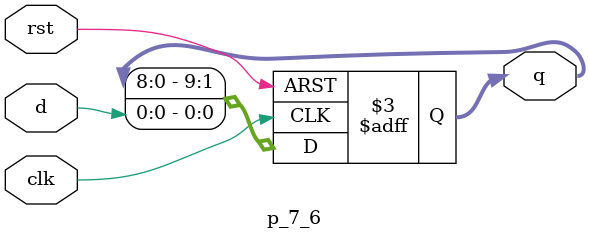
<source format=sv>
module p_7_6
  #( parameter N = 10)
  (
    input logic clk , rst ,
    input logic d ,
    output logic [N -1:0] q
  );

  // state register
  always_ff @ ( posedge !clk , posedge rst )
    if ( rst )
      q <= '0;
    else
      q <= { q [N-2:0], d} ;
      
  
endmodule
</source>
